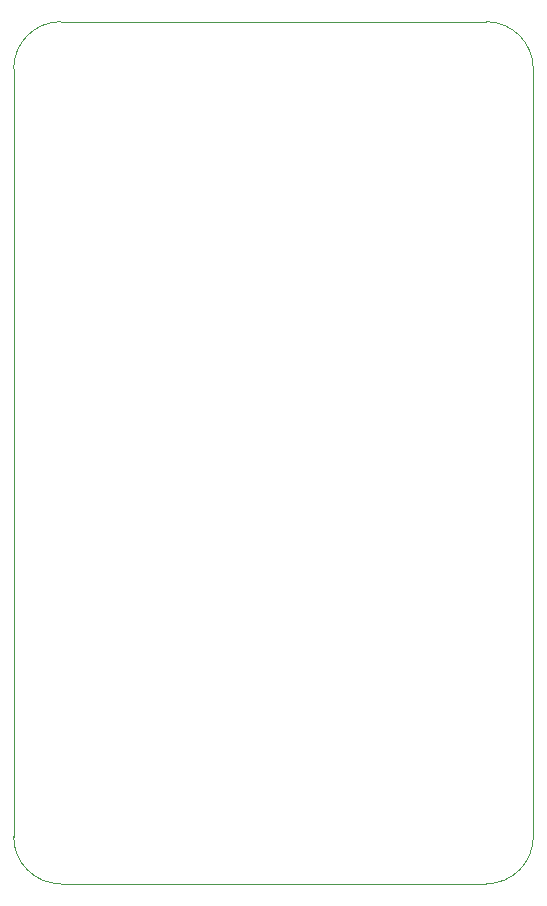
<source format=gm1>
G04 #@! TF.GenerationSoftware,KiCad,Pcbnew,7.0.9*
G04 #@! TF.CreationDate,2024-01-11T22:43:50+01:00*
G04 #@! TF.ProjectId,CameraV1,43616d65-7261-4563-912e-6b696361645f,rev?*
G04 #@! TF.SameCoordinates,Original*
G04 #@! TF.FileFunction,Profile,NP*
%FSLAX46Y46*%
G04 Gerber Fmt 4.6, Leading zero omitted, Abs format (unit mm)*
G04 Created by KiCad (PCBNEW 7.0.9) date 2024-01-11 22:43:50*
%MOMM*%
%LPD*%
G01*
G04 APERTURE LIST*
G04 #@! TA.AperFunction,Profile*
%ADD10C,0.100000*%
G04 #@! TD*
G04 APERTURE END LIST*
D10*
X135000000Y-130000000D02*
G75*
G03*
X139000000Y-126000000I0J4000000D01*
G01*
X139000000Y-61000000D02*
G75*
G03*
X135000000Y-57000000I-4000000J0D01*
G01*
X95000000Y-61000000D02*
X95000000Y-126000000D01*
X139000000Y-126000000D02*
X139000000Y-61000000D01*
X99000000Y-130000000D02*
X135000000Y-130000000D01*
X99000000Y-57000000D02*
G75*
G03*
X95000000Y-61000000I0J-4000000D01*
G01*
X95000000Y-126000000D02*
G75*
G03*
X99000000Y-130000000I4000000J0D01*
G01*
X135000000Y-57000000D02*
X99000000Y-57000000D01*
M02*

</source>
